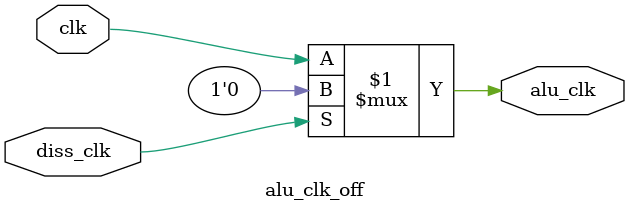
<source format=v>
module alu_clk_off (
    input  wire clk,
    input  wire diss_clk,
    output wire alu_clk
);

    assign alu_clk = diss_clk ? 1'b0 : clk;

endmodule

</source>
